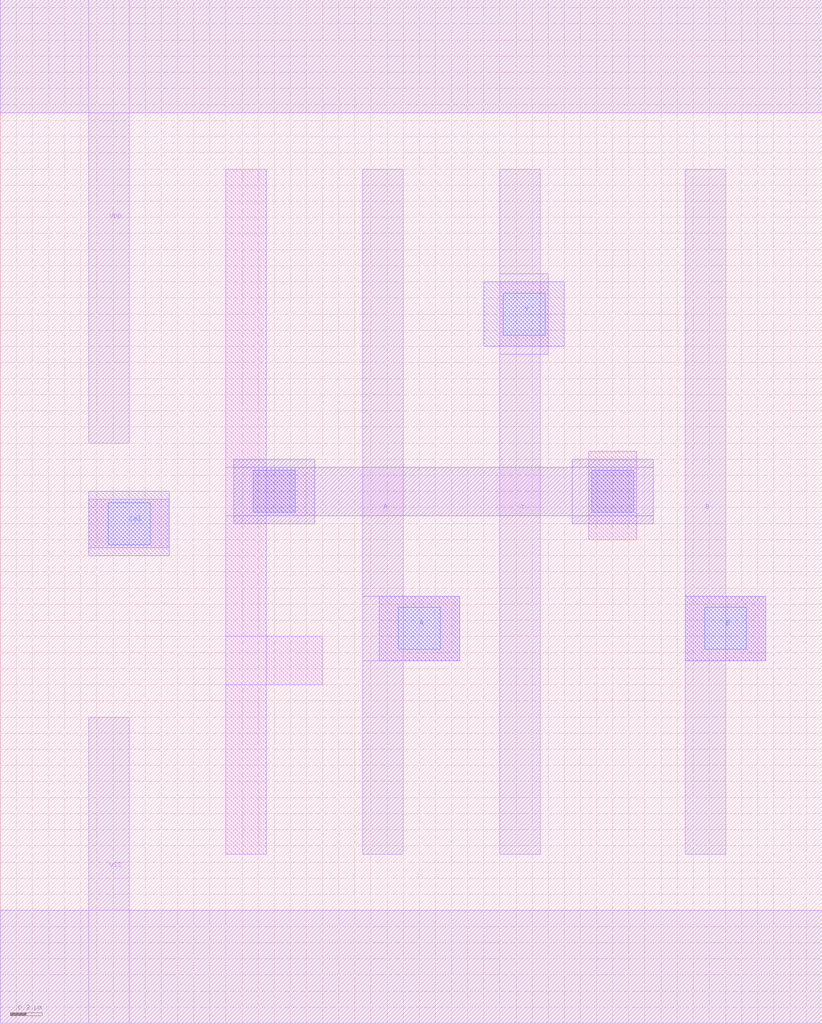
<source format=lef>
# Copyright 2022 Google LLC
# Licensed under the Apache License, Version 2.0 (the "License");
# you may not use this file except in compliance with the License.
# You may obtain a copy of the License at
#
#      http://www.apache.org/licenses/LICENSE-2.0
#
# Unless required by applicable law or agreed to in writing, software
# distributed under the License is distributed on an "AS IS" BASIS,
# WITHOUT WARRANTIES OR CONDITIONS OF ANY KIND, either express or implied.
# See the License for the specific language governing permissions and
# limitations under the License.
VERSION 5.7 ;
BUSBITCHARS "[]" ;
DIVIDERCHAR "/" ;

MACRO gf180mcu_osu_sc_gp9t3v3__mux2_1
  CLASS CORE ;
  ORIGIN 0 0 ;
  FOREIGN gf180mcu_osu_sc_gp9t3v3__mux2_1 0 0 ;
  SIZE 5.1 BY 6.35 ;
  SYMMETRY X Y ;
  SITE gf180mcu_osu_sc_gp9t3v3 ;
  PIN VDD
    DIRECTION INOUT ;
    USE POWER ;
    SHAPE ABUTMENT ;
    PORT
      LAYER Metal1 ;
        RECT 0 5.65 5.1 6.35 ;
        RECT 0.55 3.6 0.8 6.35 ;
    END
  END VDD
  PIN VSS
    DIRECTION INOUT ;
    USE GROUND ;
    SHAPE ABUTMENT ;
    PORT
      LAYER Metal1 ;
        RECT 0 0 5.1 0.7 ;
        RECT 0.55 0 0.8 1.9 ;
    END
  END VSS
  PIN A
    DIRECTION INPUT ;
    USE SIGNAL ;
    PORT
      LAYER Metal1 ;
        RECT 2.25 2.25 2.85 2.65 ;
        RECT 2.25 1.05 2.5 5.3 ;
      LAYER Metal2 ;
        RECT 2.35 2.25 2.85 2.65 ;
      LAYER Via1 ;
        RECT 2.47 2.32 2.73 2.58 ;
    END
  END A
  PIN B
    DIRECTION INPUT ;
    USE SIGNAL ;
    PORT
      LAYER Metal1 ;
        RECT 4.25 2.25 4.75 2.65 ;
        RECT 4.25 1.05 4.5 5.3 ;
      LAYER Metal2 ;
        RECT 4.25 2.25 4.75 2.65 ;
      LAYER Via1 ;
        RECT 4.37 2.32 4.63 2.58 ;
    END
  END B
  PIN Sel
    DIRECTION OUTPUT ;
    USE SIGNAL ;
    PORT
      LAYER Metal1 ;
        RECT 0.55 2.95 1.05 3.25 ;
      LAYER Metal2 ;
        RECT 0.55 2.9 1.05 3.3 ;
      LAYER Via1 ;
        RECT 0.67 2.97 0.93 3.23 ;
    END
  END Sel
  PIN Y
    DIRECTION OUTPUT ;
    USE SIGNAL ;
    PORT
      LAYER Metal1 ;
        RECT 3.1 4.15 3.4 4.65 ;
        RECT 3.1 1.05 3.35 5.3 ;
      LAYER Metal2 ;
        RECT 3 4.2 3.5 4.6 ;
      LAYER Via1 ;
        RECT 3.12 4.27 3.38 4.53 ;
    END
  END Y
  OBS
    LAYER Metal2 ;
      RECT 3.55 3.1 4.05 3.5 ;
      RECT 1.45 3.1 1.95 3.5 ;
      RECT 1.45 3.15 4.05 3.45 ;
    LAYER Via1 ;
      RECT 3.67 3.17 3.93 3.43 ;
      RECT 1.57 3.17 1.83 3.43 ;
    LAYER Metal1 ;
      RECT 1.4 1.05 1.65 5.3 ;
      RECT 1.4 3.15 1.95 3.45 ;
      RECT 1.4 2.1 2 2.4 ;
      RECT 3.65 3 3.95 3.55 ;
  END
END gf180mcu_osu_sc_gp9t3v3__mux2_1

</source>
